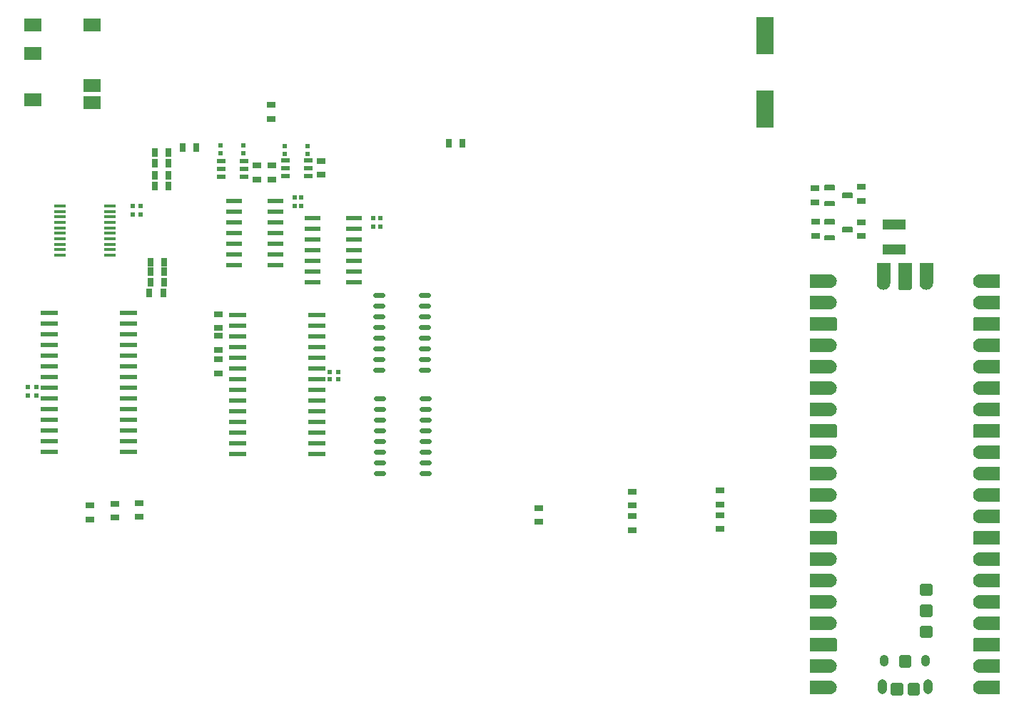
<source format=gbr>
G04 EAGLE Gerber RS-274X export*
G75*
%MOMM*%
%FSLAX34Y34*%
%LPD*%
%INSolderpaste Top*%
%IPPOS*%
%AMOC8*
5,1,8,0,0,1.08239X$1,22.5*%
G01*
G04 Define Apertures*
%ADD10R,2.000000X1.500000*%
%ADD11R,2.715300X1.164600*%
%ADD12R,0.560000X0.629100*%
%ADD13R,2.115300X4.415700*%
%ADD14R,0.629100X0.560000*%
%ADD15R,2.000000X0.600000*%
%ADD16R,0.973900X0.798700*%
%ADD17R,0.798700X0.973900*%
%ADD18R,1.409700X0.355600*%
%ADD19C,0.600000*%
%ADD20C,1.100000*%
%ADD21C,1.050000*%
%ADD22R,1.981200X0.558800*%
%ADD23C,0.150000*%
%ADD24R,0.977900X0.558800*%
G36*
X1136808Y76100D02*
X1136808Y92200D01*
X1166862Y92200D01*
X1167389Y92131D01*
X1167884Y91926D01*
X1168308Y91600D01*
X1168634Y91175D01*
X1168839Y90681D01*
X1168908Y90153D01*
X1168908Y78147D01*
X1168839Y77619D01*
X1168634Y77125D01*
X1168308Y76700D01*
X1167884Y76374D01*
X1167389Y76169D01*
X1166862Y76100D01*
X1136808Y76100D01*
G37*
G36*
X1136808Y203100D02*
X1136808Y219200D01*
X1166862Y219200D01*
X1167389Y219131D01*
X1167884Y218926D01*
X1168308Y218600D01*
X1168634Y218175D01*
X1168839Y217681D01*
X1168908Y217153D01*
X1168908Y205147D01*
X1168839Y204619D01*
X1168634Y204125D01*
X1168308Y203700D01*
X1167884Y203374D01*
X1167389Y203169D01*
X1166862Y203100D01*
X1136808Y203100D01*
G37*
G36*
X1136808Y330100D02*
X1136808Y346200D01*
X1166862Y346200D01*
X1167389Y346131D01*
X1167884Y345926D01*
X1168308Y345600D01*
X1168634Y345175D01*
X1168839Y344681D01*
X1168908Y344153D01*
X1168908Y332147D01*
X1168839Y331619D01*
X1168634Y331125D01*
X1168308Y330700D01*
X1167884Y330374D01*
X1167389Y330169D01*
X1166862Y330100D01*
X1136808Y330100D01*
G37*
G36*
X1136808Y457100D02*
X1136808Y473200D01*
X1166862Y473200D01*
X1167389Y473131D01*
X1167884Y472926D01*
X1168308Y472600D01*
X1168634Y472175D01*
X1168839Y471681D01*
X1168908Y471153D01*
X1168908Y459147D01*
X1168839Y458619D01*
X1168634Y458125D01*
X1168308Y457700D01*
X1167884Y457374D01*
X1167389Y457169D01*
X1166862Y457100D01*
X1136808Y457100D01*
G37*
G36*
X1241708Y507647D02*
X1241708Y537700D01*
X1257808Y537700D01*
X1257808Y507647D01*
X1257739Y507119D01*
X1257534Y506625D01*
X1257208Y506200D01*
X1256784Y505874D01*
X1256289Y505669D01*
X1255762Y505600D01*
X1243755Y505600D01*
X1243228Y505669D01*
X1242733Y505874D01*
X1242309Y506200D01*
X1241983Y506625D01*
X1241778Y507119D01*
X1241708Y507647D01*
G37*
G36*
X1332128Y92131D02*
X1332655Y92200D01*
X1362708Y92200D01*
X1362708Y76100D01*
X1332655Y76100D01*
X1332128Y76169D01*
X1331633Y76374D01*
X1331209Y76700D01*
X1330883Y77125D01*
X1330678Y77619D01*
X1330608Y78147D01*
X1330608Y90153D01*
X1330678Y90681D01*
X1330883Y91175D01*
X1331209Y91600D01*
X1331633Y91926D01*
X1332128Y92131D01*
G37*
G36*
X1332128Y219131D02*
X1332655Y219200D01*
X1362708Y219200D01*
X1362708Y203100D01*
X1332655Y203100D01*
X1332128Y203169D01*
X1331633Y203374D01*
X1331209Y203700D01*
X1330883Y204125D01*
X1330678Y204619D01*
X1330608Y205147D01*
X1330608Y217153D01*
X1330678Y217681D01*
X1330883Y218175D01*
X1331209Y218600D01*
X1331633Y218926D01*
X1332128Y219131D01*
G37*
G36*
X1332128Y346131D02*
X1332655Y346200D01*
X1362708Y346200D01*
X1362708Y330100D01*
X1332655Y330100D01*
X1332128Y330169D01*
X1331633Y330374D01*
X1331209Y330700D01*
X1330883Y331125D01*
X1330678Y331619D01*
X1330608Y332147D01*
X1330608Y344153D01*
X1330678Y344681D01*
X1330883Y345175D01*
X1331209Y345600D01*
X1331633Y345926D01*
X1332128Y346131D01*
G37*
G36*
X1332128Y473131D02*
X1332655Y473200D01*
X1362708Y473200D01*
X1362708Y457100D01*
X1332655Y457100D01*
X1332128Y457169D01*
X1331633Y457374D01*
X1331209Y457700D01*
X1330883Y458125D01*
X1330678Y458619D01*
X1330608Y459147D01*
X1330608Y471153D01*
X1330678Y471681D01*
X1330883Y472175D01*
X1331209Y472600D01*
X1331633Y472926D01*
X1332128Y473131D01*
G37*
G36*
X1136808Y25300D02*
X1136808Y41400D01*
X1160861Y41400D01*
X1162429Y41246D01*
X1163939Y40787D01*
X1165331Y40044D01*
X1166551Y39042D01*
X1167552Y37822D01*
X1168296Y36431D01*
X1168754Y34921D01*
X1168909Y33350D01*
X1168754Y31779D01*
X1168296Y30269D01*
X1167552Y28878D01*
X1166551Y27658D01*
X1165331Y26656D01*
X1163939Y25913D01*
X1162429Y25454D01*
X1160861Y25300D01*
X1136808Y25300D01*
G37*
G36*
X1136808Y50700D02*
X1136808Y66800D01*
X1160861Y66800D01*
X1162429Y66646D01*
X1163939Y66187D01*
X1165331Y65444D01*
X1166551Y64442D01*
X1167552Y63222D01*
X1168296Y61831D01*
X1168754Y60321D01*
X1168909Y58750D01*
X1168754Y57179D01*
X1168296Y55669D01*
X1167552Y54278D01*
X1166551Y53058D01*
X1165331Y52056D01*
X1163939Y51313D01*
X1162429Y50854D01*
X1160861Y50700D01*
X1136808Y50700D01*
G37*
G36*
X1136808Y101500D02*
X1136808Y117600D01*
X1160861Y117600D01*
X1162429Y117446D01*
X1163939Y116987D01*
X1165331Y116244D01*
X1166551Y115242D01*
X1167552Y114022D01*
X1168296Y112631D01*
X1168754Y111121D01*
X1168909Y109550D01*
X1168754Y107979D01*
X1168296Y106469D01*
X1167552Y105078D01*
X1166551Y103858D01*
X1165331Y102856D01*
X1163939Y102113D01*
X1162429Y101654D01*
X1160861Y101500D01*
X1136808Y101500D01*
G37*
G36*
X1136808Y126900D02*
X1136808Y143000D01*
X1160861Y143000D01*
X1162429Y142846D01*
X1163939Y142387D01*
X1165331Y141644D01*
X1166551Y140642D01*
X1167552Y139422D01*
X1168296Y138031D01*
X1168754Y136521D01*
X1168909Y134950D01*
X1168754Y133379D01*
X1168296Y131869D01*
X1167552Y130478D01*
X1166551Y129258D01*
X1165331Y128256D01*
X1163939Y127513D01*
X1162429Y127054D01*
X1160861Y126900D01*
X1136808Y126900D01*
G37*
G36*
X1136808Y152300D02*
X1136808Y168400D01*
X1160861Y168400D01*
X1162429Y168246D01*
X1163939Y167787D01*
X1165331Y167044D01*
X1166551Y166042D01*
X1167552Y164822D01*
X1168296Y163431D01*
X1168754Y161921D01*
X1168909Y160350D01*
X1168754Y158779D01*
X1168296Y157269D01*
X1167552Y155878D01*
X1166551Y154658D01*
X1165331Y153656D01*
X1163939Y152913D01*
X1162429Y152454D01*
X1160861Y152300D01*
X1136808Y152300D01*
G37*
G36*
X1136808Y177700D02*
X1136808Y193800D01*
X1160861Y193800D01*
X1162429Y193646D01*
X1163939Y193187D01*
X1165331Y192444D01*
X1166551Y191442D01*
X1167552Y190222D01*
X1168296Y188831D01*
X1168754Y187321D01*
X1168909Y185750D01*
X1168754Y184179D01*
X1168296Y182669D01*
X1167552Y181278D01*
X1166551Y180058D01*
X1165331Y179056D01*
X1163939Y178313D01*
X1162429Y177854D01*
X1160861Y177700D01*
X1136808Y177700D01*
G37*
G36*
X1136808Y228500D02*
X1136808Y244600D01*
X1160861Y244600D01*
X1162429Y244446D01*
X1163939Y243987D01*
X1165331Y243244D01*
X1166551Y242242D01*
X1167552Y241022D01*
X1168296Y239631D01*
X1168754Y238121D01*
X1168909Y236550D01*
X1168754Y234979D01*
X1168296Y233469D01*
X1167552Y232078D01*
X1166551Y230858D01*
X1165331Y229856D01*
X1163939Y229113D01*
X1162429Y228654D01*
X1160861Y228500D01*
X1136808Y228500D01*
G37*
G36*
X1136808Y253900D02*
X1136808Y270000D01*
X1160861Y270000D01*
X1162429Y269846D01*
X1163939Y269387D01*
X1165331Y268644D01*
X1166551Y267642D01*
X1167552Y266422D01*
X1168296Y265031D01*
X1168754Y263521D01*
X1168909Y261950D01*
X1168754Y260379D01*
X1168296Y258869D01*
X1167552Y257478D01*
X1166551Y256258D01*
X1165331Y255256D01*
X1163939Y254513D01*
X1162429Y254054D01*
X1160861Y253900D01*
X1136808Y253900D01*
G37*
G36*
X1136808Y279300D02*
X1136808Y295400D01*
X1160861Y295400D01*
X1162429Y295246D01*
X1163939Y294787D01*
X1165331Y294044D01*
X1166551Y293042D01*
X1167552Y291822D01*
X1168296Y290431D01*
X1168754Y288921D01*
X1168909Y287350D01*
X1168754Y285779D01*
X1168296Y284269D01*
X1167552Y282878D01*
X1166551Y281658D01*
X1165331Y280656D01*
X1163939Y279913D01*
X1162429Y279454D01*
X1160861Y279300D01*
X1136808Y279300D01*
G37*
G36*
X1136808Y304700D02*
X1136808Y320800D01*
X1160861Y320800D01*
X1162429Y320646D01*
X1163939Y320187D01*
X1165331Y319444D01*
X1166551Y318442D01*
X1167552Y317222D01*
X1168296Y315831D01*
X1168754Y314321D01*
X1168909Y312750D01*
X1168754Y311179D01*
X1168296Y309669D01*
X1167552Y308278D01*
X1166551Y307058D01*
X1165331Y306056D01*
X1163939Y305313D01*
X1162429Y304854D01*
X1160861Y304700D01*
X1136808Y304700D01*
G37*
G36*
X1136808Y355500D02*
X1136808Y371600D01*
X1160861Y371600D01*
X1162429Y371446D01*
X1163939Y370987D01*
X1165331Y370244D01*
X1166551Y369242D01*
X1167552Y368022D01*
X1168296Y366631D01*
X1168754Y365121D01*
X1168909Y363550D01*
X1168754Y361979D01*
X1168296Y360469D01*
X1167552Y359078D01*
X1166551Y357858D01*
X1165331Y356856D01*
X1163939Y356113D01*
X1162429Y355654D01*
X1160861Y355500D01*
X1136808Y355500D01*
G37*
G36*
X1136808Y380900D02*
X1136808Y397000D01*
X1160861Y397000D01*
X1162429Y396846D01*
X1163939Y396387D01*
X1165331Y395644D01*
X1166551Y394642D01*
X1167552Y393422D01*
X1168296Y392031D01*
X1168754Y390521D01*
X1168909Y388950D01*
X1168754Y387379D01*
X1168296Y385869D01*
X1167552Y384478D01*
X1166551Y383258D01*
X1165331Y382256D01*
X1163939Y381513D01*
X1162429Y381054D01*
X1160861Y380900D01*
X1136808Y380900D01*
G37*
G36*
X1136808Y406300D02*
X1136808Y422400D01*
X1160861Y422400D01*
X1162429Y422246D01*
X1163939Y421787D01*
X1165331Y421044D01*
X1166551Y420042D01*
X1167552Y418822D01*
X1168296Y417431D01*
X1168754Y415921D01*
X1168909Y414350D01*
X1168754Y412779D01*
X1168296Y411269D01*
X1167552Y409878D01*
X1166551Y408658D01*
X1165331Y407656D01*
X1163939Y406913D01*
X1162429Y406454D01*
X1160861Y406300D01*
X1136808Y406300D01*
G37*
G36*
X1136808Y431700D02*
X1136808Y447800D01*
X1160861Y447800D01*
X1162429Y447646D01*
X1163939Y447187D01*
X1165331Y446444D01*
X1166551Y445442D01*
X1167552Y444222D01*
X1168296Y442831D01*
X1168754Y441321D01*
X1168909Y439750D01*
X1168754Y438179D01*
X1168296Y436669D01*
X1167552Y435278D01*
X1166551Y434058D01*
X1165331Y433056D01*
X1163939Y432313D01*
X1162429Y431854D01*
X1160861Y431700D01*
X1136808Y431700D01*
G37*
G36*
X1136808Y482500D02*
X1136808Y498600D01*
X1160861Y498600D01*
X1162429Y498446D01*
X1163939Y497987D01*
X1165331Y497244D01*
X1166551Y496242D01*
X1167552Y495022D01*
X1168296Y493631D01*
X1168754Y492121D01*
X1168909Y490550D01*
X1168754Y488979D01*
X1168296Y487469D01*
X1167552Y486078D01*
X1166551Y484858D01*
X1165331Y483856D01*
X1163939Y483113D01*
X1162429Y482654D01*
X1160861Y482500D01*
X1136808Y482500D01*
G37*
G36*
X1136808Y507900D02*
X1136808Y524000D01*
X1160861Y524000D01*
X1162429Y523846D01*
X1163939Y523387D01*
X1165331Y522644D01*
X1166551Y521642D01*
X1167552Y520422D01*
X1168296Y519031D01*
X1168754Y517521D01*
X1168909Y515950D01*
X1168754Y514379D01*
X1168296Y512869D01*
X1167552Y511478D01*
X1166551Y510258D01*
X1165331Y509256D01*
X1163939Y508513D01*
X1162429Y508054D01*
X1160861Y507900D01*
X1136808Y507900D01*
G37*
G36*
X1216308Y513648D02*
X1216308Y537700D01*
X1232408Y537700D01*
X1232408Y513648D01*
X1232254Y512079D01*
X1231796Y510569D01*
X1231052Y509178D01*
X1230051Y507958D01*
X1228831Y506956D01*
X1227439Y506213D01*
X1225929Y505754D01*
X1224358Y505600D01*
X1222788Y505754D01*
X1221278Y506213D01*
X1219886Y506956D01*
X1218666Y507958D01*
X1217665Y509178D01*
X1216921Y510569D01*
X1216463Y512079D01*
X1216308Y513648D01*
G37*
G36*
X1267108Y513648D02*
X1267108Y537700D01*
X1283208Y537700D01*
X1283208Y513648D01*
X1283054Y512079D01*
X1282596Y510569D01*
X1281852Y509178D01*
X1280851Y507958D01*
X1279631Y506956D01*
X1278239Y506213D01*
X1276729Y505754D01*
X1275158Y505600D01*
X1273588Y505754D01*
X1272078Y506213D01*
X1270686Y506956D01*
X1269466Y507958D01*
X1268465Y509178D01*
X1267721Y510569D01*
X1267263Y512079D01*
X1267108Y513648D01*
G37*
G36*
X1337088Y41246D02*
X1338656Y41400D01*
X1362708Y41400D01*
X1362708Y25300D01*
X1338656Y25300D01*
X1337088Y25454D01*
X1335578Y25913D01*
X1334186Y26656D01*
X1332966Y27658D01*
X1331965Y28878D01*
X1331221Y30269D01*
X1330763Y31779D01*
X1330608Y33350D01*
X1330763Y34921D01*
X1331221Y36431D01*
X1331965Y37822D01*
X1332966Y39042D01*
X1334186Y40044D01*
X1335578Y40787D01*
X1337088Y41246D01*
G37*
G36*
X1337088Y66646D02*
X1338656Y66800D01*
X1362708Y66800D01*
X1362708Y50700D01*
X1338656Y50700D01*
X1337088Y50854D01*
X1335578Y51313D01*
X1334186Y52056D01*
X1332966Y53058D01*
X1331965Y54278D01*
X1331221Y55669D01*
X1330763Y57179D01*
X1330608Y58750D01*
X1330763Y60321D01*
X1331221Y61831D01*
X1331965Y63222D01*
X1332966Y64442D01*
X1334186Y65444D01*
X1335578Y66187D01*
X1337088Y66646D01*
G37*
G36*
X1337088Y117446D02*
X1338656Y117600D01*
X1362708Y117600D01*
X1362708Y101500D01*
X1338656Y101500D01*
X1337088Y101654D01*
X1335578Y102113D01*
X1334186Y102856D01*
X1332966Y103858D01*
X1331965Y105078D01*
X1331221Y106469D01*
X1330763Y107979D01*
X1330608Y109550D01*
X1330763Y111121D01*
X1331221Y112631D01*
X1331965Y114022D01*
X1332966Y115242D01*
X1334186Y116244D01*
X1335578Y116987D01*
X1337088Y117446D01*
G37*
G36*
X1337088Y142846D02*
X1338656Y143000D01*
X1362708Y143000D01*
X1362708Y126900D01*
X1338656Y126900D01*
X1337088Y127054D01*
X1335578Y127513D01*
X1334186Y128256D01*
X1332966Y129258D01*
X1331965Y130478D01*
X1331221Y131869D01*
X1330763Y133379D01*
X1330608Y134950D01*
X1330763Y136521D01*
X1331221Y138031D01*
X1331965Y139422D01*
X1332966Y140642D01*
X1334186Y141644D01*
X1335578Y142387D01*
X1337088Y142846D01*
G37*
G36*
X1337088Y168246D02*
X1338656Y168400D01*
X1362708Y168400D01*
X1362708Y152300D01*
X1338656Y152300D01*
X1337088Y152454D01*
X1335578Y152913D01*
X1334186Y153656D01*
X1332966Y154658D01*
X1331965Y155878D01*
X1331221Y157269D01*
X1330763Y158779D01*
X1330608Y160350D01*
X1330763Y161921D01*
X1331221Y163431D01*
X1331965Y164822D01*
X1332966Y166042D01*
X1334186Y167044D01*
X1335578Y167787D01*
X1337088Y168246D01*
G37*
G36*
X1337088Y193646D02*
X1338656Y193800D01*
X1362708Y193800D01*
X1362708Y177700D01*
X1338656Y177700D01*
X1337088Y177854D01*
X1335578Y178313D01*
X1334186Y179056D01*
X1332966Y180058D01*
X1331965Y181278D01*
X1331221Y182669D01*
X1330763Y184179D01*
X1330608Y185750D01*
X1330763Y187321D01*
X1331221Y188831D01*
X1331965Y190222D01*
X1332966Y191442D01*
X1334186Y192444D01*
X1335578Y193187D01*
X1337088Y193646D01*
G37*
G36*
X1337088Y244446D02*
X1338656Y244600D01*
X1362708Y244600D01*
X1362708Y228500D01*
X1338656Y228500D01*
X1337088Y228654D01*
X1335578Y229113D01*
X1334186Y229856D01*
X1332966Y230858D01*
X1331965Y232078D01*
X1331221Y233469D01*
X1330763Y234979D01*
X1330608Y236550D01*
X1330763Y238121D01*
X1331221Y239631D01*
X1331965Y241022D01*
X1332966Y242242D01*
X1334186Y243244D01*
X1335578Y243987D01*
X1337088Y244446D01*
G37*
G36*
X1337088Y269846D02*
X1338656Y270000D01*
X1362708Y270000D01*
X1362708Y253900D01*
X1338656Y253900D01*
X1337088Y254054D01*
X1335578Y254513D01*
X1334186Y255256D01*
X1332966Y256258D01*
X1331965Y257478D01*
X1331221Y258869D01*
X1330763Y260379D01*
X1330608Y261950D01*
X1330763Y263521D01*
X1331221Y265031D01*
X1331965Y266422D01*
X1332966Y267642D01*
X1334186Y268644D01*
X1335578Y269387D01*
X1337088Y269846D01*
G37*
G36*
X1337088Y295246D02*
X1338656Y295400D01*
X1362708Y295400D01*
X1362708Y279300D01*
X1338656Y279300D01*
X1337088Y279454D01*
X1335578Y279913D01*
X1334186Y280656D01*
X1332966Y281658D01*
X1331965Y282878D01*
X1331221Y284269D01*
X1330763Y285779D01*
X1330608Y287350D01*
X1330763Y288921D01*
X1331221Y290431D01*
X1331965Y291822D01*
X1332966Y293042D01*
X1334186Y294044D01*
X1335578Y294787D01*
X1337088Y295246D01*
G37*
G36*
X1337088Y320646D02*
X1338656Y320800D01*
X1362708Y320800D01*
X1362708Y304700D01*
X1338656Y304700D01*
X1337088Y304854D01*
X1335578Y305313D01*
X1334186Y306056D01*
X1332966Y307058D01*
X1331965Y308278D01*
X1331221Y309669D01*
X1330763Y311179D01*
X1330608Y312750D01*
X1330763Y314321D01*
X1331221Y315831D01*
X1331965Y317222D01*
X1332966Y318442D01*
X1334186Y319444D01*
X1335578Y320187D01*
X1337088Y320646D01*
G37*
G36*
X1337088Y371446D02*
X1338656Y371600D01*
X1362708Y371600D01*
X1362708Y355500D01*
X1338656Y355500D01*
X1337088Y355654D01*
X1335578Y356113D01*
X1334186Y356856D01*
X1332966Y357858D01*
X1331965Y359078D01*
X1331221Y360469D01*
X1330763Y361979D01*
X1330608Y363550D01*
X1330763Y365121D01*
X1331221Y366631D01*
X1331965Y368022D01*
X1332966Y369242D01*
X1334186Y370244D01*
X1335578Y370987D01*
X1337088Y371446D01*
G37*
G36*
X1337088Y396846D02*
X1338656Y397000D01*
X1362708Y397000D01*
X1362708Y380900D01*
X1338656Y380900D01*
X1337088Y381054D01*
X1335578Y381513D01*
X1334186Y382256D01*
X1332966Y383258D01*
X1331965Y384478D01*
X1331221Y385869D01*
X1330763Y387379D01*
X1330608Y388950D01*
X1330763Y390521D01*
X1331221Y392031D01*
X1331965Y393422D01*
X1332966Y394642D01*
X1334186Y395644D01*
X1335578Y396387D01*
X1337088Y396846D01*
G37*
G36*
X1337088Y422246D02*
X1338656Y422400D01*
X1362708Y422400D01*
X1362708Y406300D01*
X1338656Y406300D01*
X1337088Y406454D01*
X1335578Y406913D01*
X1334186Y407656D01*
X1332966Y408658D01*
X1331965Y409878D01*
X1331221Y411269D01*
X1330763Y412779D01*
X1330608Y414350D01*
X1330763Y415921D01*
X1331221Y417431D01*
X1331965Y418822D01*
X1332966Y420042D01*
X1334186Y421044D01*
X1335578Y421787D01*
X1337088Y422246D01*
G37*
G36*
X1337088Y447646D02*
X1338656Y447800D01*
X1362708Y447800D01*
X1362708Y431700D01*
X1338656Y431700D01*
X1337088Y431854D01*
X1335578Y432313D01*
X1334186Y433056D01*
X1332966Y434058D01*
X1331965Y435278D01*
X1331221Y436669D01*
X1330763Y438179D01*
X1330608Y439750D01*
X1330763Y441321D01*
X1331221Y442831D01*
X1331965Y444222D01*
X1332966Y445442D01*
X1334186Y446444D01*
X1335578Y447187D01*
X1337088Y447646D01*
G37*
G36*
X1337088Y498446D02*
X1338656Y498600D01*
X1362708Y498600D01*
X1362708Y482500D01*
X1338656Y482500D01*
X1337088Y482654D01*
X1335578Y483113D01*
X1334186Y483856D01*
X1332966Y484858D01*
X1331965Y486078D01*
X1331221Y487469D01*
X1330763Y488979D01*
X1330608Y490550D01*
X1330763Y492121D01*
X1331221Y493631D01*
X1331965Y495022D01*
X1332966Y496242D01*
X1334186Y497244D01*
X1335578Y497987D01*
X1337088Y498446D01*
G37*
G36*
X1337088Y523846D02*
X1338656Y524000D01*
X1362708Y524000D01*
X1362708Y507900D01*
X1338656Y507900D01*
X1337088Y508054D01*
X1335578Y508513D01*
X1334186Y509256D01*
X1332966Y510258D01*
X1331965Y511478D01*
X1331221Y512869D01*
X1330763Y514379D01*
X1330608Y515950D01*
X1330763Y517521D01*
X1331221Y519031D01*
X1331965Y520422D01*
X1332966Y521642D01*
X1334186Y522644D01*
X1335578Y523387D01*
X1337088Y523846D01*
G37*
D10*
X285060Y820310D03*
X215060Y820310D03*
X215060Y786310D03*
X215060Y731310D03*
X285060Y748310D03*
X285060Y728310D03*
D11*
X1236750Y582974D03*
X1236750Y553466D03*
D12*
X219246Y380260D03*
X209554Y380260D03*
X567694Y408200D03*
X577386Y408200D03*
X567694Y399310D03*
X577386Y399310D03*
D13*
X1084050Y807510D03*
X1084050Y720456D03*
D14*
X525550Y614976D03*
X525550Y605284D03*
X618530Y590356D03*
X618530Y580664D03*
X333780Y604816D03*
X333780Y595124D03*
X533170Y614976D03*
X533170Y605284D03*
X627420Y590356D03*
X627420Y580664D03*
X342670Y604816D03*
X342670Y595124D03*
D12*
X219246Y390420D03*
X209554Y390420D03*
D15*
X552276Y310410D03*
X552276Y323110D03*
X552276Y335810D03*
X552276Y348510D03*
X552276Y361210D03*
X552276Y373910D03*
X552276Y386610D03*
X552276Y399310D03*
X552276Y412010D03*
X552276Y424710D03*
X552276Y437410D03*
X552276Y450110D03*
X552276Y462810D03*
X552276Y475510D03*
X458276Y475510D03*
X458276Y462810D03*
X458276Y450110D03*
X458276Y437410D03*
X458276Y424710D03*
X458276Y412010D03*
X458276Y399310D03*
X458276Y386610D03*
X458276Y373910D03*
X458276Y361210D03*
X458276Y348510D03*
X458276Y335810D03*
X458276Y323110D03*
X458276Y310410D03*
X234710Y478050D03*
X234710Y465350D03*
X234710Y452650D03*
X234710Y439950D03*
X234710Y427250D03*
X234710Y414550D03*
X234710Y401850D03*
X234710Y389150D03*
X234710Y376450D03*
X234710Y363750D03*
X234710Y351050D03*
X234710Y338350D03*
X234710Y325650D03*
X234710Y312950D03*
X328710Y312950D03*
X328710Y325650D03*
X328710Y338350D03*
X328710Y351050D03*
X328710Y363750D03*
X328710Y376450D03*
X328710Y389150D03*
X328710Y401850D03*
X328710Y414550D03*
X328710Y427250D03*
X328710Y439950D03*
X328710Y452650D03*
X328710Y465350D03*
X328710Y478050D03*
D16*
X1030280Y267082D03*
X1030280Y250778D03*
X435507Y434338D03*
X435507Y450642D03*
X926140Y265812D03*
X926140Y249508D03*
X435380Y460153D03*
X435380Y476457D03*
X435380Y406398D03*
X435380Y422702D03*
X312190Y234948D03*
X312190Y251252D03*
X283024Y232823D03*
X283024Y249127D03*
X341444Y235803D03*
X341444Y252107D03*
D17*
X392938Y674900D03*
X409242Y674900D03*
D16*
X1030280Y221568D03*
X1030280Y237872D03*
X926140Y220298D03*
X926140Y236602D03*
X815570Y246382D03*
X815570Y230078D03*
D18*
X247103Y605089D03*
X247103Y598590D03*
X247103Y592090D03*
X247103Y585590D03*
X247103Y579090D03*
X247103Y572590D03*
X247103Y566090D03*
X247103Y559590D03*
X247103Y553090D03*
X247103Y546591D03*
X306157Y546591D03*
X306157Y553090D03*
X306157Y559590D03*
X306157Y566090D03*
X306157Y572590D03*
X306157Y579090D03*
X306157Y585590D03*
X306157Y592090D03*
X306157Y598590D03*
X306157Y605089D03*
D19*
X1255258Y36150D02*
X1264258Y36150D01*
X1264258Y27150D01*
X1255258Y27150D01*
X1255258Y36150D01*
X1255258Y32850D02*
X1264258Y32850D01*
X1244258Y36150D02*
X1235258Y36150D01*
X1244258Y36150D02*
X1244258Y27150D01*
X1235258Y27150D01*
X1235258Y36150D01*
X1235258Y32850D02*
X1244258Y32850D01*
X1245258Y69150D02*
X1254258Y69150D01*
X1254258Y60150D01*
X1245258Y60150D01*
X1245258Y69150D01*
X1245258Y65850D02*
X1254258Y65850D01*
X1270258Y104150D02*
X1279258Y104150D01*
X1279258Y95150D01*
X1270258Y95150D01*
X1270258Y104150D01*
X1270258Y100850D02*
X1279258Y100850D01*
X1279258Y129150D02*
X1270258Y129150D01*
X1279258Y129150D02*
X1279258Y120150D01*
X1270258Y120150D01*
X1270258Y129150D01*
X1270258Y125850D02*
X1279258Y125850D01*
X1279258Y154150D02*
X1270258Y154150D01*
X1279258Y154150D02*
X1279258Y145150D01*
X1270258Y145150D01*
X1270258Y154150D01*
X1270258Y150850D02*
X1279258Y150850D01*
D20*
X1277008Y38150D02*
X1277008Y31150D01*
X1222508Y31150D02*
X1222508Y38150D01*
D21*
X1274008Y62950D02*
X1274008Y66950D01*
X1225508Y66950D02*
X1225508Y62950D01*
D22*
X453922Y611400D03*
X453922Y598700D03*
X453922Y586000D03*
X453922Y573300D03*
X453922Y560600D03*
X453922Y547900D03*
X453922Y535200D03*
X503198Y535200D03*
X503198Y547900D03*
X503198Y560600D03*
X503198Y573300D03*
X503198Y586000D03*
X503198Y598700D03*
X503198Y611400D03*
X546902Y590590D03*
X546902Y577890D03*
X546902Y565190D03*
X546902Y552490D03*
X546902Y539790D03*
X546902Y527090D03*
X546902Y514390D03*
X596178Y514390D03*
X596178Y527090D03*
X596178Y539790D03*
X596178Y552490D03*
X596178Y565190D03*
X596178Y577890D03*
X596178Y590590D03*
D19*
X621320Y499450D02*
X629820Y499450D01*
X629820Y486750D02*
X621320Y486750D01*
X621320Y474050D02*
X629820Y474050D01*
X629820Y461350D02*
X621320Y461350D01*
X621320Y448650D02*
X629820Y448650D01*
X629820Y435950D02*
X621320Y435950D01*
X621320Y423250D02*
X629820Y423250D01*
X629820Y410550D02*
X621320Y410550D01*
X675820Y410550D02*
X684320Y410550D01*
X684320Y423250D02*
X675820Y423250D01*
X675820Y435950D02*
X684320Y435950D01*
X684320Y448650D02*
X675820Y448650D01*
X675820Y461350D02*
X684320Y461350D01*
X684320Y474050D02*
X675820Y474050D01*
X675820Y486750D02*
X684320Y486750D01*
X684320Y499450D02*
X675820Y499450D01*
X630820Y376450D02*
X622320Y376450D01*
X622320Y363750D02*
X630820Y363750D01*
X630820Y351050D02*
X622320Y351050D01*
X622320Y338350D02*
X630820Y338350D01*
X630820Y325650D02*
X622320Y325650D01*
X622320Y312950D02*
X630820Y312950D01*
X630820Y300250D02*
X622320Y300250D01*
X622320Y287550D02*
X630820Y287550D01*
X676820Y287550D02*
X685320Y287550D01*
X685320Y300250D02*
X676820Y300250D01*
X676820Y312950D02*
X685320Y312950D01*
X685320Y325650D02*
X676820Y325650D01*
X676820Y338350D02*
X685320Y338350D01*
X685320Y351050D02*
X676820Y351050D01*
X676820Y363750D02*
X685320Y363750D01*
X685320Y376450D02*
X676820Y376450D01*
D17*
X724962Y679680D03*
X708658Y679680D03*
D16*
X480590Y636730D03*
X480590Y653034D03*
X497610Y708658D03*
X497610Y724962D03*
D23*
X1154710Y584360D02*
X1165510Y584360D01*
X1154710Y584360D02*
X1154710Y588860D01*
X1165510Y588860D01*
X1165510Y584360D01*
X1165510Y585785D02*
X1154710Y585785D01*
X1154710Y587210D02*
X1165510Y587210D01*
X1165510Y588635D02*
X1154710Y588635D01*
X1175910Y574860D02*
X1186710Y574860D01*
X1175910Y574860D02*
X1175910Y579360D01*
X1186710Y579360D01*
X1186710Y574860D01*
X1186710Y576285D02*
X1175910Y576285D01*
X1175910Y577710D02*
X1186710Y577710D01*
X1186710Y579135D02*
X1175910Y579135D01*
X1165510Y565360D02*
X1154710Y565360D01*
X1154710Y569860D01*
X1165510Y569860D01*
X1165510Y565360D01*
X1165510Y566785D02*
X1154710Y566785D01*
X1154710Y568210D02*
X1165510Y568210D01*
X1165510Y569635D02*
X1154710Y569635D01*
D16*
X1143530Y569928D03*
X1143530Y586232D03*
X1198350Y627682D03*
X1198350Y611378D03*
X1198321Y569468D03*
X1198321Y585772D03*
X1142770Y625902D03*
X1142770Y609598D03*
D23*
X1154710Y625000D02*
X1165510Y625000D01*
X1154710Y625000D02*
X1154710Y629500D01*
X1165510Y629500D01*
X1165510Y625000D01*
X1165510Y626425D02*
X1154710Y626425D01*
X1154710Y627850D02*
X1165510Y627850D01*
X1165510Y629275D02*
X1154710Y629275D01*
X1175910Y615500D02*
X1186710Y615500D01*
X1175910Y615500D02*
X1175910Y620000D01*
X1186710Y620000D01*
X1186710Y615500D01*
X1186710Y616925D02*
X1175910Y616925D01*
X1175910Y618350D02*
X1186710Y618350D01*
X1186710Y619775D02*
X1175910Y619775D01*
X1165510Y606000D02*
X1154710Y606000D01*
X1154710Y610500D01*
X1165510Y610500D01*
X1165510Y606000D01*
X1165510Y607425D02*
X1154710Y607425D01*
X1154710Y608850D02*
X1165510Y608850D01*
X1165510Y610275D02*
X1154710Y610275D01*
D17*
X353407Y502180D03*
X369711Y502180D03*
X354838Y514880D03*
X371142Y514880D03*
X354838Y527580D03*
X371142Y527580D03*
X354838Y538589D03*
X371142Y538589D03*
X359918Y629180D03*
X376222Y629180D03*
X359918Y641880D03*
X376222Y641880D03*
X359918Y655850D03*
X376222Y655850D03*
X359918Y668550D03*
X376222Y668550D03*
D14*
X437920Y667514D03*
X437920Y677206D03*
X464590Y667514D03*
X464590Y677206D03*
D24*
X438468Y658470D03*
X438468Y648970D03*
X438468Y639470D03*
X465772Y639470D03*
X465772Y648970D03*
X465772Y658470D03*
D16*
X557530Y658392D03*
X557530Y642088D03*
X498407Y636773D03*
X498407Y653077D03*
D14*
X514350Y666984D03*
X514350Y676676D03*
X541020Y666984D03*
X541020Y676676D03*
D24*
X514668Y659740D03*
X514668Y650240D03*
X514668Y640740D03*
X541972Y640740D03*
X541972Y650240D03*
X541972Y659740D03*
M02*

</source>
